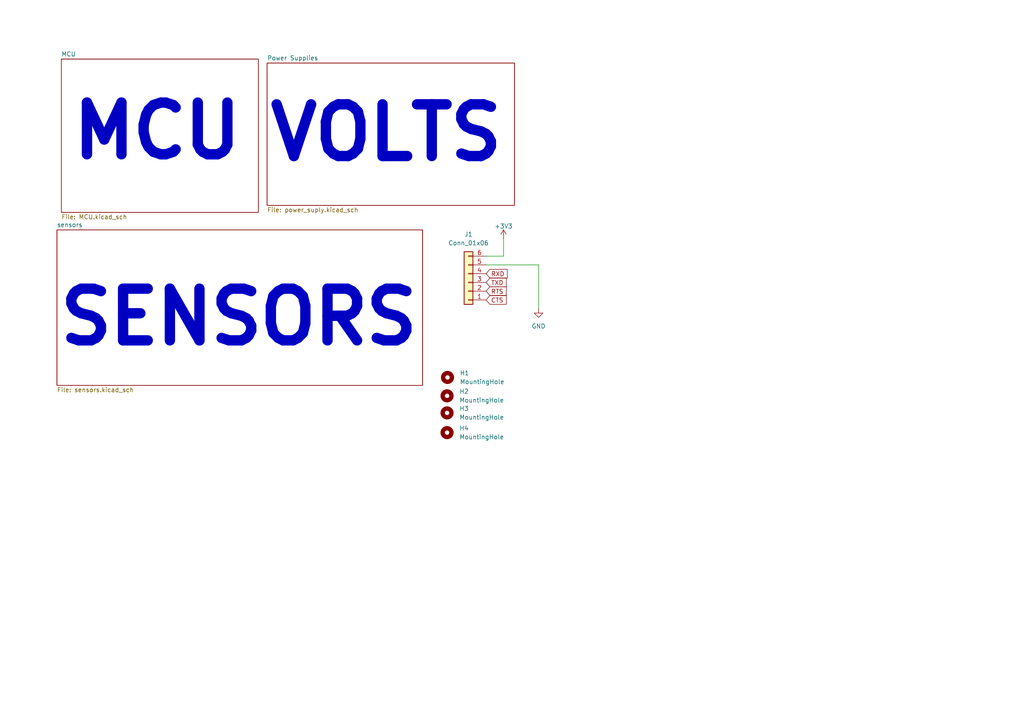
<source format=kicad_sch>
(kicad_sch (version 20230121) (generator eeschema)
  (paper "A4")
  (lib_symbols
    (symbol "Connector_Generic:Conn_01x06" (pin_names (offset 1.016) hide)
      (property "Reference" "J" (at 0 7.62 0))
      (property "Value" "Conn_01x06" (at 0 -10.16 0))
      (symbol "Conn_01x06_1_1"
        (rectangle (start -1.27 -7.493) (end 0 -7.747) (stroke (width 0.1524)))
        (rectangle (start -1.27 -4.953) (end 0 -5.207) (stroke (width 0.1524)))
        (rectangle (start -1.27 -2.413) (end 0 -2.667) (stroke (width 0.1524)))
        (rectangle (start -1.27 0.127) (end 0 -0.127) (stroke (width 0.1524)))
        (rectangle (start -1.27 2.667) (end 0 2.413) (stroke (width 0.1524)))
        (rectangle (start -1.27 5.207) (end 0 4.953) (stroke (width 0.1524)))
        (rectangle (start -1.27 6.35) (end 1.27 -8.89) (stroke (width 0.254)) (fill (type background)))
        (pin passive line (at -5.08 5.08 0) (length 3.81) (name "Pin_1") (number "1"))
        (pin passive line (at -5.08 2.54 0) (length 3.81) (name "Pin_2") (number "2"))
        (pin passive line (at -5.08 0 0) (length 3.81) (name "Pin_3") (number "3"))
        (pin passive line (at -5.08 -2.54 0) (length 3.81) (name "Pin_4") (number "4"))
        (pin passive line (at -5.08 -5.08 0) (length 3.81) (name "Pin_5") (number "5"))
        (pin passive line (at -5.08 -7.62 0) (length 3.81) (name "Pin_6") (number "6"))
      )
    )
    (symbol "Mechanical:MountingHole" (pin_names (offset 1.016))
      (property "Reference" "H" (at 0 5.08 0))
      (property "Value" "MountingHole" (at 0 3.175 0))
      (symbol "MountingHole_0_1"
        (circle (center 0 0) (radius 1.27) (stroke (width 1.27)))
      )
    )
    (symbol "power:+3.3V" (power) (pin_names (offset 0))
      (property "Value" "+3.3V" (at 0 3.556 0))
      (symbol "+3.3V_0_1"
        (polyline (pts (xy -0.762 1.27) (xy 0 2.54)))
        (polyline (pts (xy 0 0) (xy 0 2.54)))
        (polyline (pts (xy 0 2.54) (xy 0.762 1.27)))
      )
      (symbol "+3.3V_1_1"
        (pin power_in line (at 0 0 90) (length 0) hide (name "+3V3") (number "1"))
      )
    )
    (symbol "power:GND" (power) (pin_names (offset 0))
      (property "Value" "GND" (at 0 -3.81 0))
      (symbol "GND_0_1"
        (polyline (pts (xy 0 0) (xy 0 -1.27) (xy 1.27 -1.27) (xy 0 -2.54) (xy -1.27 -1.27) (xy 0 -1.27)))
      )
      (symbol "GND_1_1"
        (pin power_in line (at 0 0 270) (length 0) hide (name "GND") (number "1"))
      )
    )
  )
  (wire (pts (xy 140.97 76.835) (xy 156.21 76.835)))
  (wire (pts (xy 146.05 74.295) (xy 146.05 69.215)))
  (wire (pts (xy 156.21 76.835) (xy 156.21 89.535)))
  (wire (pts (xy 140.97 74.295) (xy 146.05 74.295)))
  (text "VOLTS\n" (at 76.835 47.498 0) (effects (font (size 15 15) (thickness 3) bold) (justify left bottom)))
  (text "SENSORS" (at 15.875 100.965 0) (effects (font (size 15 15) (thickness 3) bold) (justify left bottom)))
  (text "MCU" (at 19.685 46.99 0) (effects (font (size 15 15) (thickness 3) bold) (justify left bottom)))
  (global_label "RXD" (shape input) (at 140.97 79.375 0) (property "Intersheetrefs" "${INTERSHEET_REFS}" (effects hide)))
  (global_label "CTS" (shape input) (at 140.97 86.995 0) (property "Intersheetrefs" "${INTERSHEET_REFS}" (effects hide)))
  (global_label "TXD" (shape input) (at 140.97 81.915 0) (property "Intersheetrefs" "${INTERSHEET_REFS}" (effects hide)))
  (global_label "RTS" (shape input) (at 140.97 84.455 0) (property "Intersheetrefs" "${INTERSHEET_REFS}" (effects hide)))
  (symbol (lib_id "Mechanical:MountingHole") (at 129.667 119.761 0) (unit 1)
    (property "Reference" "H3" (at 133.223 118.491 0) (effects (justify left)))
    (property "Value" "MountingHole" (at 133.223 121.031 0) (effects (justify left)))
    (property "Footprint" "MountingHole:MountingHole_2.7mm_M2.5_DIN965_Pad" (effects hide))
  )
  (symbol (lib_id "Mechanical:MountingHole") (at 129.667 125.476 0) (unit 1)
    (property "Reference" "H4" (at 133.223 124.206 0) (effects (justify left)))
    (property "Value" "MountingHole" (at 133.223 126.746 0) (effects (justify left)))
    (property "Footprint" "MountingHole:MountingHole_2.7mm_M2.5_DIN965_Pad" (effects hide))
  )
  (symbol (lib_id "power:GND") (at 156.21 89.535 0) (unit 1)
    (property "Reference" "#PWR013" (effects hide))
    (property "Value" "GND" (at 156.21 94.615 0))
  )
  (symbol (lib_id "Connector_Generic:Conn_01x06") (at 135.89 81.915 180) (unit 1)
    (property "Reference" "J1" (at 135.89 67.945 0))
    (property "Value" "Conn_01x06" (at 135.89 70.485 0))
    (property "Footprint" "Connector_Molex:Molex_SPOX_5267-06A_1x06_P2.50mm_Vertical" (effects hide))
  )
  (symbol (lib_id "power:+3.3V") (at 146.05 69.215 0) (unit 1)
    (property "Reference" "#PWR012" (effects hide))
    (property "Value" "+3.3V" (at 146.05 65.6105 0))
  )
  (symbol (lib_id "Mechanical:MountingHole") (at 129.794 109.474 0) (unit 1)
    (property "Reference" "H1" (at 133.35 108.204 0) (effects (justify left)))
    (property "Value" "MountingHole" (at 133.35 110.744 0) (effects (justify left)))
    (property "Footprint" "MountingHole:MountingHole_2.7mm_M2.5_DIN965_Pad" (effects hide))
  )
  (symbol (lib_id "Mechanical:MountingHole") (at 129.667 114.808 0) (unit 1)
    (property "Reference" "H2" (at 133.223 113.538 0) (effects (justify left)))
    (property "Value" "MountingHole" (at 133.223 116.078 0) (effects (justify left)))
    (property "Footprint" "MountingHole:MountingHole_2.7mm_M2.5_DIN965_Pad" (effects hide))
  )
  (sheet (at 77.47 18.288) (size 71.755 41.275) (stroke (width 0.1524))
    (property "Sheetname" "Power Supplies" (at 77.47 17.5764 0) (effects (justify left bottom)))
    (property "Sheetfile" "power_suply.kicad_sch" (at 77.47 60.1476 0) (effects (justify left top)))
  )
  (sheet (at 17.78 17.145) (size 57.15 44.45) (stroke (width 0.1524))
    (property "Sheetname" "MCU" (at 17.78 16.4334 0) (effects (justify left bottom)))
    (property "Sheetfile" "MCU.kicad_sch" (at 17.78 62.1796 0) (effects (justify left top)))
  )
  (sheet (at 16.51 66.675) (size 106.045 45.085) (stroke (width 0.1524))
    (property "Sheetname" "sensors" (at 16.51 65.9634 0) (effects (justify left bottom)))
    (property "Sheetfile" "sensors.kicad_sch" (at 16.51 112.3446 0) (effects (justify left top)))
  )
)
</source>
